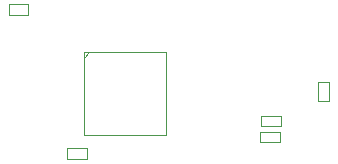
<source format=gbr>
G04*
G04 #@! TF.GenerationSoftware,Altium Limited,Altium Designer,25.8.1 (18)*
G04*
G04 Layer_Color=16711935*
%FSLAX44Y44*%
%MOMM*%
G71*
G04*
G04 #@! TF.SameCoordinates,DC2A109C-38F9-4662-A5C9-921089D2BF11*
G04*
G04*
G04 #@! TF.FilePolarity,Positive*
G04*
G01*
G75*
%ADD13C,0.1000*%
D13*
X-249296Y66370D02*
Y75870D01*
X-232796Y66370D02*
Y75870D01*
X-249296Y66370D02*
X-232796D01*
X-249296Y75870D02*
X-232796D01*
X-185905Y-34928D02*
Y35072D01*
Y-34928D02*
X-115905D01*
Y35072D01*
X-185905D02*
X-115905D01*
X-185905Y30072D02*
X-180905Y35072D01*
X-19201Y-40942D02*
Y-31942D01*
X-36201Y-40942D02*
Y-31942D01*
Y-40942D02*
X-19201D01*
X-36201Y-31942D02*
X-19201D01*
X-18801Y-27543D02*
Y-18543D01*
X-35801Y-27543D02*
Y-18543D01*
Y-27543D02*
X-18801D01*
X-35801Y-18543D02*
X-18801D01*
X12801Y-6208D02*
Y10292D01*
X22301Y-6208D02*
Y10292D01*
X12801Y-6208D02*
X22301D01*
X12801Y10292D02*
X22301D01*
X-199766Y-55550D02*
X-183266D01*
X-199766Y-46050D02*
X-183266D01*
X-199766Y-55550D02*
Y-46050D01*
X-183266Y-55550D02*
Y-46050D01*
M02*

</source>
